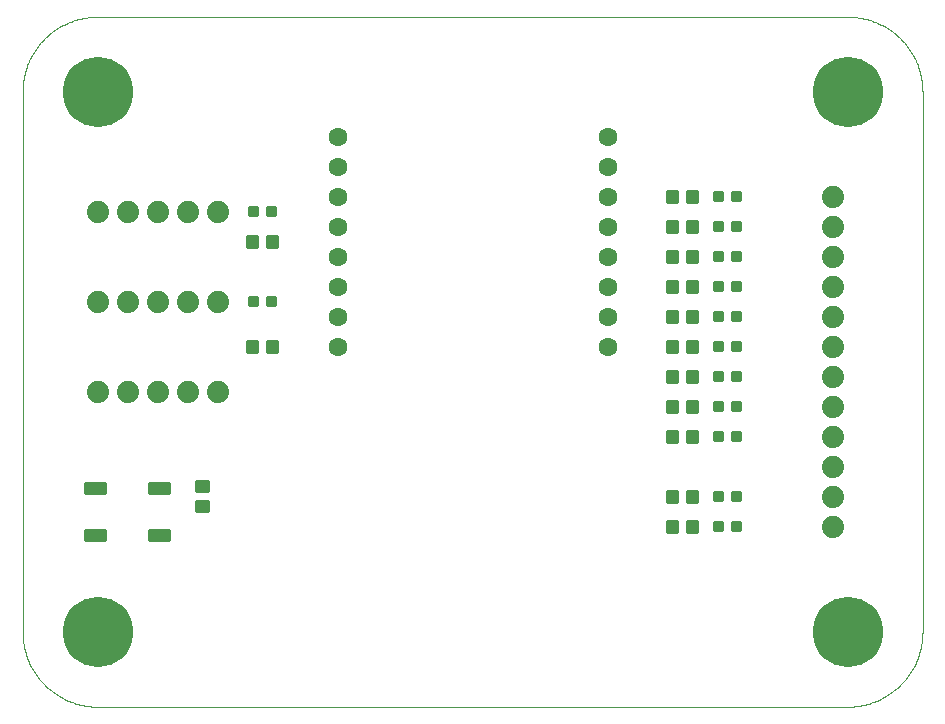
<source format=gts>
G75*
%MOIN*%
%OFA0B0*%
%FSLAX25Y25*%
%IPPOS*%
%LPD*%
%AMOC8*
5,1,8,0,0,1.08239X$1,22.5*
%
%ADD10C,0.00000*%
%ADD11C,0.01388*%
%ADD12C,0.06306*%
%ADD13C,0.07400*%
%ADD14C,0.23400*%
%ADD15C,0.01171*%
D10*
X0026300Y0001300D02*
X0276300Y0001300D01*
X0276904Y0001307D01*
X0277508Y0001329D01*
X0278111Y0001366D01*
X0278713Y0001417D01*
X0279313Y0001482D01*
X0279912Y0001562D01*
X0280509Y0001657D01*
X0281103Y0001766D01*
X0281695Y0001889D01*
X0282283Y0002026D01*
X0282868Y0002178D01*
X0283449Y0002344D01*
X0284025Y0002524D01*
X0284598Y0002717D01*
X0285165Y0002925D01*
X0285727Y0003146D01*
X0286284Y0003380D01*
X0286835Y0003628D01*
X0287380Y0003889D01*
X0287918Y0004164D01*
X0288450Y0004451D01*
X0288974Y0004751D01*
X0289491Y0005063D01*
X0290000Y0005388D01*
X0290502Y0005725D01*
X0290995Y0006075D01*
X0291479Y0006436D01*
X0291955Y0006808D01*
X0292421Y0007192D01*
X0292878Y0007587D01*
X0293325Y0007993D01*
X0293763Y0008410D01*
X0294190Y0008837D01*
X0294607Y0009275D01*
X0295013Y0009722D01*
X0295408Y0010179D01*
X0295792Y0010645D01*
X0296164Y0011121D01*
X0296525Y0011605D01*
X0296875Y0012098D01*
X0297212Y0012600D01*
X0297537Y0013109D01*
X0297849Y0013626D01*
X0298149Y0014150D01*
X0298436Y0014682D01*
X0298711Y0015220D01*
X0298972Y0015765D01*
X0299220Y0016316D01*
X0299454Y0016873D01*
X0299675Y0017435D01*
X0299883Y0018002D01*
X0300076Y0018575D01*
X0300256Y0019151D01*
X0300422Y0019732D01*
X0300574Y0020317D01*
X0300711Y0020905D01*
X0300834Y0021497D01*
X0300943Y0022091D01*
X0301038Y0022688D01*
X0301118Y0023287D01*
X0301183Y0023887D01*
X0301234Y0024489D01*
X0301271Y0025092D01*
X0301293Y0025696D01*
X0301300Y0026300D01*
X0301300Y0206300D01*
X0301293Y0206904D01*
X0301271Y0207508D01*
X0301234Y0208111D01*
X0301183Y0208713D01*
X0301118Y0209313D01*
X0301038Y0209912D01*
X0300943Y0210509D01*
X0300834Y0211103D01*
X0300711Y0211695D01*
X0300574Y0212283D01*
X0300422Y0212868D01*
X0300256Y0213449D01*
X0300076Y0214025D01*
X0299883Y0214598D01*
X0299675Y0215165D01*
X0299454Y0215727D01*
X0299220Y0216284D01*
X0298972Y0216835D01*
X0298711Y0217380D01*
X0298436Y0217918D01*
X0298149Y0218450D01*
X0297849Y0218974D01*
X0297537Y0219491D01*
X0297212Y0220000D01*
X0296875Y0220502D01*
X0296525Y0220995D01*
X0296164Y0221479D01*
X0295792Y0221955D01*
X0295408Y0222421D01*
X0295013Y0222878D01*
X0294607Y0223325D01*
X0294190Y0223763D01*
X0293763Y0224190D01*
X0293325Y0224607D01*
X0292878Y0225013D01*
X0292421Y0225408D01*
X0291955Y0225792D01*
X0291479Y0226164D01*
X0290995Y0226525D01*
X0290502Y0226875D01*
X0290000Y0227212D01*
X0289491Y0227537D01*
X0288974Y0227849D01*
X0288450Y0228149D01*
X0287918Y0228436D01*
X0287380Y0228711D01*
X0286835Y0228972D01*
X0286284Y0229220D01*
X0285727Y0229454D01*
X0285165Y0229675D01*
X0284598Y0229883D01*
X0284025Y0230076D01*
X0283449Y0230256D01*
X0282868Y0230422D01*
X0282283Y0230574D01*
X0281695Y0230711D01*
X0281103Y0230834D01*
X0280509Y0230943D01*
X0279912Y0231038D01*
X0279313Y0231118D01*
X0278713Y0231183D01*
X0278111Y0231234D01*
X0277508Y0231271D01*
X0276904Y0231293D01*
X0276300Y0231300D01*
X0026300Y0231300D01*
X0025696Y0231293D01*
X0025092Y0231271D01*
X0024489Y0231234D01*
X0023887Y0231183D01*
X0023287Y0231118D01*
X0022688Y0231038D01*
X0022091Y0230943D01*
X0021497Y0230834D01*
X0020905Y0230711D01*
X0020317Y0230574D01*
X0019732Y0230422D01*
X0019151Y0230256D01*
X0018575Y0230076D01*
X0018002Y0229883D01*
X0017435Y0229675D01*
X0016873Y0229454D01*
X0016316Y0229220D01*
X0015765Y0228972D01*
X0015220Y0228711D01*
X0014682Y0228436D01*
X0014150Y0228149D01*
X0013626Y0227849D01*
X0013109Y0227537D01*
X0012600Y0227212D01*
X0012098Y0226875D01*
X0011605Y0226525D01*
X0011121Y0226164D01*
X0010645Y0225792D01*
X0010179Y0225408D01*
X0009722Y0225013D01*
X0009275Y0224607D01*
X0008837Y0224190D01*
X0008410Y0223763D01*
X0007993Y0223325D01*
X0007587Y0222878D01*
X0007192Y0222421D01*
X0006808Y0221955D01*
X0006436Y0221479D01*
X0006075Y0220995D01*
X0005725Y0220502D01*
X0005388Y0220000D01*
X0005063Y0219491D01*
X0004751Y0218974D01*
X0004451Y0218450D01*
X0004164Y0217918D01*
X0003889Y0217380D01*
X0003628Y0216835D01*
X0003380Y0216284D01*
X0003146Y0215727D01*
X0002925Y0215165D01*
X0002717Y0214598D01*
X0002524Y0214025D01*
X0002344Y0213449D01*
X0002178Y0212868D01*
X0002026Y0212283D01*
X0001889Y0211695D01*
X0001766Y0211103D01*
X0001657Y0210509D01*
X0001562Y0209912D01*
X0001482Y0209313D01*
X0001417Y0208713D01*
X0001366Y0208111D01*
X0001329Y0207508D01*
X0001307Y0206904D01*
X0001300Y0206300D01*
X0001300Y0026300D01*
X0001307Y0025696D01*
X0001329Y0025092D01*
X0001366Y0024489D01*
X0001417Y0023887D01*
X0001482Y0023287D01*
X0001562Y0022688D01*
X0001657Y0022091D01*
X0001766Y0021497D01*
X0001889Y0020905D01*
X0002026Y0020317D01*
X0002178Y0019732D01*
X0002344Y0019151D01*
X0002524Y0018575D01*
X0002717Y0018002D01*
X0002925Y0017435D01*
X0003146Y0016873D01*
X0003380Y0016316D01*
X0003628Y0015765D01*
X0003889Y0015220D01*
X0004164Y0014682D01*
X0004451Y0014150D01*
X0004751Y0013626D01*
X0005063Y0013109D01*
X0005388Y0012600D01*
X0005725Y0012098D01*
X0006075Y0011605D01*
X0006436Y0011121D01*
X0006808Y0010645D01*
X0007192Y0010179D01*
X0007587Y0009722D01*
X0007993Y0009275D01*
X0008410Y0008837D01*
X0008837Y0008410D01*
X0009275Y0007993D01*
X0009722Y0007587D01*
X0010179Y0007192D01*
X0010645Y0006808D01*
X0011121Y0006436D01*
X0011605Y0006075D01*
X0012098Y0005725D01*
X0012600Y0005388D01*
X0013109Y0005063D01*
X0013626Y0004751D01*
X0014150Y0004451D01*
X0014682Y0004164D01*
X0015220Y0003889D01*
X0015765Y0003628D01*
X0016316Y0003380D01*
X0016873Y0003146D01*
X0017435Y0002925D01*
X0018002Y0002717D01*
X0018575Y0002524D01*
X0019151Y0002344D01*
X0019732Y0002178D01*
X0020317Y0002026D01*
X0020905Y0001889D01*
X0021497Y0001766D01*
X0022091Y0001657D01*
X0022688Y0001562D01*
X0023287Y0001482D01*
X0023887Y0001417D01*
X0024489Y0001366D01*
X0025092Y0001329D01*
X0025696Y0001307D01*
X0026300Y0001300D01*
D11*
X0028719Y0056952D02*
X0022621Y0056952D01*
X0022621Y0059900D01*
X0028719Y0059900D01*
X0028719Y0056952D01*
X0028719Y0058271D02*
X0022621Y0058271D01*
X0022621Y0059590D02*
X0028719Y0059590D01*
X0028719Y0072700D02*
X0022621Y0072700D01*
X0022621Y0075648D01*
X0028719Y0075648D01*
X0028719Y0072700D01*
X0028719Y0074019D02*
X0022621Y0074019D01*
X0022621Y0075338D02*
X0028719Y0075338D01*
X0043881Y0072700D02*
X0049979Y0072700D01*
X0043881Y0072700D02*
X0043881Y0075648D01*
X0049979Y0075648D01*
X0049979Y0072700D01*
X0049979Y0074019D02*
X0043881Y0074019D01*
X0043881Y0075338D02*
X0049979Y0075338D01*
X0059629Y0076120D02*
X0059629Y0073172D01*
X0059629Y0076120D02*
X0062971Y0076120D01*
X0062971Y0073172D01*
X0059629Y0073172D01*
X0059629Y0074491D02*
X0062971Y0074491D01*
X0062971Y0075810D02*
X0059629Y0075810D01*
X0059629Y0069428D02*
X0059629Y0066480D01*
X0059629Y0069428D02*
X0062971Y0069428D01*
X0062971Y0066480D01*
X0059629Y0066480D01*
X0059629Y0067799D02*
X0062971Y0067799D01*
X0062971Y0069118D02*
X0059629Y0069118D01*
X0049979Y0056952D02*
X0043881Y0056952D01*
X0043881Y0059900D01*
X0049979Y0059900D01*
X0049979Y0056952D01*
X0049979Y0058271D02*
X0043881Y0058271D01*
X0043881Y0059590D02*
X0049979Y0059590D01*
X0076480Y0119629D02*
X0079428Y0119629D01*
X0076480Y0119629D02*
X0076480Y0122971D01*
X0079428Y0122971D01*
X0079428Y0119629D01*
X0079428Y0120948D02*
X0076480Y0120948D01*
X0076480Y0122267D02*
X0079428Y0122267D01*
X0083172Y0119629D02*
X0086120Y0119629D01*
X0083172Y0119629D02*
X0083172Y0122971D01*
X0086120Y0122971D01*
X0086120Y0119629D01*
X0086120Y0120948D02*
X0083172Y0120948D01*
X0083172Y0122267D02*
X0086120Y0122267D01*
X0086120Y0154629D02*
X0083172Y0154629D01*
X0083172Y0157971D01*
X0086120Y0157971D01*
X0086120Y0154629D01*
X0086120Y0155948D02*
X0083172Y0155948D01*
X0083172Y0157267D02*
X0086120Y0157267D01*
X0079428Y0154629D02*
X0076480Y0154629D01*
X0076480Y0157971D01*
X0079428Y0157971D01*
X0079428Y0154629D01*
X0079428Y0155948D02*
X0076480Y0155948D01*
X0076480Y0157267D02*
X0079428Y0157267D01*
X0216480Y0159629D02*
X0219428Y0159629D01*
X0216480Y0159629D02*
X0216480Y0162971D01*
X0219428Y0162971D01*
X0219428Y0159629D01*
X0219428Y0160948D02*
X0216480Y0160948D01*
X0216480Y0162267D02*
X0219428Y0162267D01*
X0223172Y0159629D02*
X0226120Y0159629D01*
X0223172Y0159629D02*
X0223172Y0162971D01*
X0226120Y0162971D01*
X0226120Y0159629D01*
X0226120Y0160948D02*
X0223172Y0160948D01*
X0223172Y0162267D02*
X0226120Y0162267D01*
X0226120Y0169629D02*
X0223172Y0169629D01*
X0223172Y0172971D01*
X0226120Y0172971D01*
X0226120Y0169629D01*
X0226120Y0170948D02*
X0223172Y0170948D01*
X0223172Y0172267D02*
X0226120Y0172267D01*
X0219428Y0169629D02*
X0216480Y0169629D01*
X0216480Y0172971D01*
X0219428Y0172971D01*
X0219428Y0169629D01*
X0219428Y0170948D02*
X0216480Y0170948D01*
X0216480Y0172267D02*
X0219428Y0172267D01*
X0219428Y0149629D02*
X0216480Y0149629D01*
X0216480Y0152971D01*
X0219428Y0152971D01*
X0219428Y0149629D01*
X0219428Y0150948D02*
X0216480Y0150948D01*
X0216480Y0152267D02*
X0219428Y0152267D01*
X0223172Y0149629D02*
X0226120Y0149629D01*
X0223172Y0149629D02*
X0223172Y0152971D01*
X0226120Y0152971D01*
X0226120Y0149629D01*
X0226120Y0150948D02*
X0223172Y0150948D01*
X0223172Y0152267D02*
X0226120Y0152267D01*
X0226120Y0139629D02*
X0223172Y0139629D01*
X0223172Y0142971D01*
X0226120Y0142971D01*
X0226120Y0139629D01*
X0226120Y0140948D02*
X0223172Y0140948D01*
X0223172Y0142267D02*
X0226120Y0142267D01*
X0219428Y0139629D02*
X0216480Y0139629D01*
X0216480Y0142971D01*
X0219428Y0142971D01*
X0219428Y0139629D01*
X0219428Y0140948D02*
X0216480Y0140948D01*
X0216480Y0142267D02*
X0219428Y0142267D01*
X0219428Y0129629D02*
X0216480Y0129629D01*
X0216480Y0132971D01*
X0219428Y0132971D01*
X0219428Y0129629D01*
X0219428Y0130948D02*
X0216480Y0130948D01*
X0216480Y0132267D02*
X0219428Y0132267D01*
X0223172Y0129629D02*
X0226120Y0129629D01*
X0223172Y0129629D02*
X0223172Y0132971D01*
X0226120Y0132971D01*
X0226120Y0129629D01*
X0226120Y0130948D02*
X0223172Y0130948D01*
X0223172Y0132267D02*
X0226120Y0132267D01*
X0226120Y0119629D02*
X0223172Y0119629D01*
X0223172Y0122971D01*
X0226120Y0122971D01*
X0226120Y0119629D01*
X0226120Y0120948D02*
X0223172Y0120948D01*
X0223172Y0122267D02*
X0226120Y0122267D01*
X0219428Y0119629D02*
X0216480Y0119629D01*
X0216480Y0122971D01*
X0219428Y0122971D01*
X0219428Y0119629D01*
X0219428Y0120948D02*
X0216480Y0120948D01*
X0216480Y0122267D02*
X0219428Y0122267D01*
X0219428Y0109629D02*
X0216480Y0109629D01*
X0216480Y0112971D01*
X0219428Y0112971D01*
X0219428Y0109629D01*
X0219428Y0110948D02*
X0216480Y0110948D01*
X0216480Y0112267D02*
X0219428Y0112267D01*
X0223172Y0109629D02*
X0226120Y0109629D01*
X0223172Y0109629D02*
X0223172Y0112971D01*
X0226120Y0112971D01*
X0226120Y0109629D01*
X0226120Y0110948D02*
X0223172Y0110948D01*
X0223172Y0112267D02*
X0226120Y0112267D01*
X0226120Y0099629D02*
X0223172Y0099629D01*
X0223172Y0102971D01*
X0226120Y0102971D01*
X0226120Y0099629D01*
X0226120Y0100948D02*
X0223172Y0100948D01*
X0223172Y0102267D02*
X0226120Y0102267D01*
X0219428Y0099629D02*
X0216480Y0099629D01*
X0216480Y0102971D01*
X0219428Y0102971D01*
X0219428Y0099629D01*
X0219428Y0100948D02*
X0216480Y0100948D01*
X0216480Y0102267D02*
X0219428Y0102267D01*
X0219428Y0089629D02*
X0216480Y0089629D01*
X0216480Y0092971D01*
X0219428Y0092971D01*
X0219428Y0089629D01*
X0219428Y0090948D02*
X0216480Y0090948D01*
X0216480Y0092267D02*
X0219428Y0092267D01*
X0223172Y0089629D02*
X0226120Y0089629D01*
X0223172Y0089629D02*
X0223172Y0092971D01*
X0226120Y0092971D01*
X0226120Y0089629D01*
X0226120Y0090948D02*
X0223172Y0090948D01*
X0223172Y0092267D02*
X0226120Y0092267D01*
X0226120Y0069629D02*
X0223172Y0069629D01*
X0223172Y0072971D01*
X0226120Y0072971D01*
X0226120Y0069629D01*
X0226120Y0070948D02*
X0223172Y0070948D01*
X0223172Y0072267D02*
X0226120Y0072267D01*
X0219428Y0069629D02*
X0216480Y0069629D01*
X0216480Y0072971D01*
X0219428Y0072971D01*
X0219428Y0069629D01*
X0219428Y0070948D02*
X0216480Y0070948D01*
X0216480Y0072267D02*
X0219428Y0072267D01*
X0219428Y0059629D02*
X0216480Y0059629D01*
X0216480Y0062971D01*
X0219428Y0062971D01*
X0219428Y0059629D01*
X0219428Y0060948D02*
X0216480Y0060948D01*
X0216480Y0062267D02*
X0219428Y0062267D01*
X0223172Y0059629D02*
X0226120Y0059629D01*
X0223172Y0059629D02*
X0223172Y0062971D01*
X0226120Y0062971D01*
X0226120Y0059629D01*
X0226120Y0060948D02*
X0223172Y0060948D01*
X0223172Y0062267D02*
X0226120Y0062267D01*
D12*
X0196300Y0121300D03*
X0196300Y0131300D03*
X0196300Y0141300D03*
X0196300Y0151300D03*
X0196300Y0161300D03*
X0196300Y0171300D03*
X0196300Y0181300D03*
X0196300Y0191300D03*
X0106300Y0191300D03*
X0106300Y0181300D03*
X0106300Y0171300D03*
X0106300Y0161300D03*
X0106300Y0151300D03*
X0106300Y0141300D03*
X0106300Y0131300D03*
X0106300Y0121300D03*
D13*
X0066300Y0106300D03*
X0056300Y0106300D03*
X0046300Y0106300D03*
X0036300Y0106300D03*
X0026300Y0106300D03*
X0026300Y0136300D03*
X0036300Y0136300D03*
X0046300Y0136300D03*
X0056300Y0136300D03*
X0066300Y0136300D03*
X0066300Y0166300D03*
X0056300Y0166300D03*
X0046300Y0166300D03*
X0036300Y0166300D03*
X0026300Y0166300D03*
X0271300Y0161300D03*
X0271300Y0151300D03*
X0271300Y0141300D03*
X0271300Y0131300D03*
X0271300Y0121300D03*
X0271300Y0111300D03*
X0271300Y0101300D03*
X0271300Y0091300D03*
X0271300Y0081300D03*
X0271300Y0071300D03*
X0271300Y0061300D03*
X0271300Y0171300D03*
D14*
X0276300Y0206300D03*
X0276300Y0026300D03*
X0026300Y0026300D03*
X0026300Y0206300D03*
D15*
X0077157Y0165110D02*
X0079537Y0165110D01*
X0077157Y0165110D02*
X0077157Y0167490D01*
X0079537Y0167490D01*
X0079537Y0165110D01*
X0079537Y0166222D02*
X0077157Y0166222D01*
X0077157Y0167334D02*
X0079537Y0167334D01*
X0083063Y0165110D02*
X0085443Y0165110D01*
X0083063Y0165110D02*
X0083063Y0167490D01*
X0085443Y0167490D01*
X0085443Y0165110D01*
X0085443Y0166222D02*
X0083063Y0166222D01*
X0083063Y0167334D02*
X0085443Y0167334D01*
X0085443Y0135110D02*
X0083063Y0135110D01*
X0083063Y0137490D01*
X0085443Y0137490D01*
X0085443Y0135110D01*
X0085443Y0136222D02*
X0083063Y0136222D01*
X0083063Y0137334D02*
X0085443Y0137334D01*
X0079537Y0135110D02*
X0077157Y0135110D01*
X0077157Y0137490D01*
X0079537Y0137490D01*
X0079537Y0135110D01*
X0079537Y0136222D02*
X0077157Y0136222D01*
X0077157Y0137334D02*
X0079537Y0137334D01*
X0232157Y0142490D02*
X0234537Y0142490D01*
X0234537Y0140110D01*
X0232157Y0140110D01*
X0232157Y0142490D01*
X0232157Y0141222D02*
X0234537Y0141222D01*
X0234537Y0142334D02*
X0232157Y0142334D01*
X0238063Y0142490D02*
X0240443Y0142490D01*
X0240443Y0140110D01*
X0238063Y0140110D01*
X0238063Y0142490D01*
X0238063Y0141222D02*
X0240443Y0141222D01*
X0240443Y0142334D02*
X0238063Y0142334D01*
X0238063Y0152490D02*
X0240443Y0152490D01*
X0240443Y0150110D01*
X0238063Y0150110D01*
X0238063Y0152490D01*
X0238063Y0151222D02*
X0240443Y0151222D01*
X0240443Y0152334D02*
X0238063Y0152334D01*
X0234537Y0152490D02*
X0232157Y0152490D01*
X0234537Y0152490D02*
X0234537Y0150110D01*
X0232157Y0150110D01*
X0232157Y0152490D01*
X0232157Y0151222D02*
X0234537Y0151222D01*
X0234537Y0152334D02*
X0232157Y0152334D01*
X0232157Y0162490D02*
X0234537Y0162490D01*
X0234537Y0160110D01*
X0232157Y0160110D01*
X0232157Y0162490D01*
X0232157Y0161222D02*
X0234537Y0161222D01*
X0234537Y0162334D02*
X0232157Y0162334D01*
X0238063Y0162490D02*
X0240443Y0162490D01*
X0240443Y0160110D01*
X0238063Y0160110D01*
X0238063Y0162490D01*
X0238063Y0161222D02*
X0240443Y0161222D01*
X0240443Y0162334D02*
X0238063Y0162334D01*
X0238063Y0172490D02*
X0240443Y0172490D01*
X0240443Y0170110D01*
X0238063Y0170110D01*
X0238063Y0172490D01*
X0238063Y0171222D02*
X0240443Y0171222D01*
X0240443Y0172334D02*
X0238063Y0172334D01*
X0234537Y0172490D02*
X0232157Y0172490D01*
X0234537Y0172490D02*
X0234537Y0170110D01*
X0232157Y0170110D01*
X0232157Y0172490D01*
X0232157Y0171222D02*
X0234537Y0171222D01*
X0234537Y0172334D02*
X0232157Y0172334D01*
X0232157Y0132490D02*
X0234537Y0132490D01*
X0234537Y0130110D01*
X0232157Y0130110D01*
X0232157Y0132490D01*
X0232157Y0131222D02*
X0234537Y0131222D01*
X0234537Y0132334D02*
X0232157Y0132334D01*
X0238063Y0132490D02*
X0240443Y0132490D01*
X0240443Y0130110D01*
X0238063Y0130110D01*
X0238063Y0132490D01*
X0238063Y0131222D02*
X0240443Y0131222D01*
X0240443Y0132334D02*
X0238063Y0132334D01*
X0238063Y0122490D02*
X0240443Y0122490D01*
X0240443Y0120110D01*
X0238063Y0120110D01*
X0238063Y0122490D01*
X0238063Y0121222D02*
X0240443Y0121222D01*
X0240443Y0122334D02*
X0238063Y0122334D01*
X0234537Y0122490D02*
X0232157Y0122490D01*
X0234537Y0122490D02*
X0234537Y0120110D01*
X0232157Y0120110D01*
X0232157Y0122490D01*
X0232157Y0121222D02*
X0234537Y0121222D01*
X0234537Y0122334D02*
X0232157Y0122334D01*
X0232157Y0112490D02*
X0234537Y0112490D01*
X0234537Y0110110D01*
X0232157Y0110110D01*
X0232157Y0112490D01*
X0232157Y0111222D02*
X0234537Y0111222D01*
X0234537Y0112334D02*
X0232157Y0112334D01*
X0238063Y0112490D02*
X0240443Y0112490D01*
X0240443Y0110110D01*
X0238063Y0110110D01*
X0238063Y0112490D01*
X0238063Y0111222D02*
X0240443Y0111222D01*
X0240443Y0112334D02*
X0238063Y0112334D01*
X0238063Y0102490D02*
X0240443Y0102490D01*
X0240443Y0100110D01*
X0238063Y0100110D01*
X0238063Y0102490D01*
X0238063Y0101222D02*
X0240443Y0101222D01*
X0240443Y0102334D02*
X0238063Y0102334D01*
X0234537Y0102490D02*
X0232157Y0102490D01*
X0234537Y0102490D02*
X0234537Y0100110D01*
X0232157Y0100110D01*
X0232157Y0102490D01*
X0232157Y0101222D02*
X0234537Y0101222D01*
X0234537Y0102334D02*
X0232157Y0102334D01*
X0232157Y0092490D02*
X0234537Y0092490D01*
X0234537Y0090110D01*
X0232157Y0090110D01*
X0232157Y0092490D01*
X0232157Y0091222D02*
X0234537Y0091222D01*
X0234537Y0092334D02*
X0232157Y0092334D01*
X0238063Y0092490D02*
X0240443Y0092490D01*
X0240443Y0090110D01*
X0238063Y0090110D01*
X0238063Y0092490D01*
X0238063Y0091222D02*
X0240443Y0091222D01*
X0240443Y0092334D02*
X0238063Y0092334D01*
X0238063Y0072490D02*
X0240443Y0072490D01*
X0240443Y0070110D01*
X0238063Y0070110D01*
X0238063Y0072490D01*
X0238063Y0071222D02*
X0240443Y0071222D01*
X0240443Y0072334D02*
X0238063Y0072334D01*
X0234537Y0072490D02*
X0232157Y0072490D01*
X0234537Y0072490D02*
X0234537Y0070110D01*
X0232157Y0070110D01*
X0232157Y0072490D01*
X0232157Y0071222D02*
X0234537Y0071222D01*
X0234537Y0072334D02*
X0232157Y0072334D01*
X0232157Y0062490D02*
X0234537Y0062490D01*
X0234537Y0060110D01*
X0232157Y0060110D01*
X0232157Y0062490D01*
X0232157Y0061222D02*
X0234537Y0061222D01*
X0234537Y0062334D02*
X0232157Y0062334D01*
X0238063Y0062490D02*
X0240443Y0062490D01*
X0240443Y0060110D01*
X0238063Y0060110D01*
X0238063Y0062490D01*
X0238063Y0061222D02*
X0240443Y0061222D01*
X0240443Y0062334D02*
X0238063Y0062334D01*
M02*

</source>
